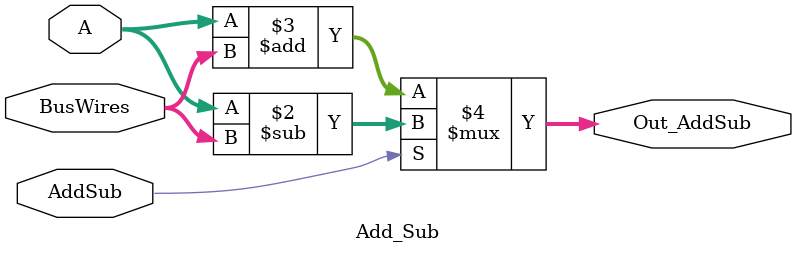
<source format=v>
module counter(R,incr_pc,Rin,Clock,Q);
input Rin,incr_pc,Clock;
input [15:0]R;
output reg [15:0]Q;
always @(posedge Clock)
begin
if (Rin==1) Q <= R;
if (incr_pc==1) Q <= Q + 1;
end
endmodule

module dec3to8(W, En, Y);
input [2:0] W;
input En;
output [7:0] Y;
reg [7:0] Y;
always @(W or En)
begin
if (En == 1)
case (W)
3'b000: Y = 8'b10000000;
3'b001: Y = 8'b01000000;
3'b010: Y = 8'b00100000;
3'b011: Y = 8'b00010000;
3'b100: Y = 8'b00001000;
3'b101: Y = 8'b00000100;
3'b110: Y = 8'b00000010;
3'b111: Y = 8'b00000001;
endcase
else
Y = 8'b00000000;
end
endmodule

module regn(R, Rin, Clock, Q);
parameter n = 16;
input [n-1:0] R;
input Rin, Clock;
output [n-1:0] Q;
reg [n-1:0] Q;
always @(posedge Clock)
if (Rin)
Q <= R;
endmodule 


module enhanced_proc (DIN, Resetn, Clock, Run, Done, BusWires,Tstep_Q,IR,A,G,R0,R1,R2,R3,R4,R5,R6,R7,I,Tstep_D,Out_AddSub,Xreg,Yreg,Rin,Rout,AddSub,Ain,Gin,Gout,DINout,IRin,ADDRin,DOUTin,W_D,incr_pc,DOUT,ADDR,W);
output [15:0] DOUT,ADDR;
output W;
input [15:0] DIN;
input Resetn, Clock, Run;
output reg Done;
output [15:0] BusWires;
output reg [2:0]Tstep_Q;
output reg [2:0]Tstep_D;
output reg IRin;
output wire [8:0]IR;
parameter T0= 3'b000, T1=3'b001,T2=3'b010,T3=3'b011,T4=3'b100,T5=3'b101;
output wire [2:0]I;
output wire [7:0]Xreg,Yreg;
output wire [16:0] R2,R3,R4,R5,R6,R7,Out_AddSub;
output wire [16:0] R0,R1,A,G;

output reg [7:0] Rin,Rout;
output reg AddSub,Ain,Gin,Gout,DINout,ADDRin,DOUTin,W_D,incr_pc;
assign I=IR[8:6];
dec3to8 decX(IR[5:3],1'b1,Xreg);
dec3to8 decY(IR[2:0],1'b1,Yreg);
//Control FSM state table
always @(Tstep_Q or Run or Done)
	case(Tstep_Q)
	T0:
	
	Tstep_D=T1;
	T1:
	Tstep_D=T2;
	T2:
	if (!Run) Tstep_D=T0;
	else Tstep_D=T3;
	T3:
	if (Done) Tstep_D=T0;
	else Tstep_D=T4;
	T4:
	if (Done) Tstep_D=T0;
	else Tstep_D=T5;
	T5:
	if (Done) Tstep_D=T0;
	else Tstep_D=T0;
	default:
	Tstep_D=T0;
	endcase
//Control FSM outputs
always @(Tstep_Q or I or Xreg or Yreg)
begin
	Rin=8'b00000000;
	Rout=8'b00000000;
	Gin=0;
	AddSub=0;
	Ain=0;
	Gout=0;
	DINout=1;
	Done=0;
	IRin=0;
	ADDRin=0;
	DOUTin=0;
	W_D=0;
	incr_pc=0;
case (Tstep_Q)
	T0:
	begin
	DINout=0;
	Rout=8'b00000001;
   ADDRin=1;
	incr_pc=1;
	end
	T1:
	begin
	DINout=0;
	Rout=8'b00000001;
   ADDRin=1;
	end

	
   T2: 
	begin
	IRin = 1;
	end
	T3: //define signals in time step 1
	case (I)
	3'b110:
	begin
	if (G==0) Done=1;
	else 
	begin
	DINout=0;
	Rin=Xreg;
	Rout=Yreg;
	Done=1;
	end

	end
	3'b000:
	begin
	DINout=0;
	Rin=Xreg;
	Rout=Yreg;
	Done=1;
	end
	3'b001:
	begin
	Rin=Xreg;
	incr_pc=1;
	Done=1;
	
	end
	3'b010:
	begin
	DINout=0;
	Rout=Xreg;
	Ain=1;
	end
	3'b011:
	begin
	DINout=0;
	Rout=Xreg;
	Ain=1;
	end
	3'b100:
	begin
	Rout=Yreg;
	DINout=0;
	ADDRin=1;
	
	end
	3'b101:
	begin
	Rout=Yreg;
	ADDRin=1;
	DINout=0;
	end
	endcase
	T4: //define signals in time step 2
	case (I)
	
	3'b010:
	begin
	DINout=0;
	Rout=Yreg;
	Gin=1;
	end
	3'b011:
	begin
	DINout=0;
	Rout=Yreg;
	Gin=1;
	AddSub=1;
	end
	3'b100:
	begin
	end
	3'b101:
	begin
	DINout=0;
	Rout=Xreg;
	DOUTin=1;
	end
	endcase
	T5: //define signals in time step 3
	case (I)
	  
	3'b010:
	begin
	DINout=0;
	Gout=1;
	Rin=Xreg;
	Done=1;
	end
	3'b011:
	begin
	DINout=0;
	Gout=1;
	Rin=Xreg;
	Done=1;
	end
	3'b100:
	begin
	DINout=1;
	Rin=Xreg;
	Done=1;
	end
	3'b101:
	begin
	W_D=1;
	Done=1;
	end
	endcase
	
endcase
end

always @(posedge Clock or negedge Resetn)
if (!Resetn) Tstep_Q=T0;
else Tstep_Q=Tstep_D;

Multiplexers proc_multiplexers(Rout,Gout,DINout,DIN,R0,R1,R2,R3,R4,R5,R6,R7,G,BusWires);
regn #(.n(9)) IRegister(.Clock(Clock),.R(DIN[8:0]),.Rin(IRin),.Q(IR));
regn reg_0(BusWires,Rin[7],Clock,R0);
regn reg_1(BusWires,Rin[6],Clock,R1);
regn reg_2(BusWires,Rin[5],Clock,R2);
regn reg_3(BusWires,Rin[4],Clock,R3);
regn reg_4(BusWires,Rin[3],Clock,R4);
regn reg_5(BusWires,Rin[2],Clock,R5);
regn reg_6(BusWires,Rin[1],Clock,R6);
counter reg_7(BusWires,incr_pc,Rin[0],Clock,R7);
regn reg_ADDRESS(BusWires,ADDRin,Clock,ADDR);
regn Areg(BusWires,Ain,Clock,A);
regn Greg(Out_AddSub,Gin,Clock,G);
Add_Sub proc_AddSub(AddSub,A,BusWires,Out_AddSub);
regn #(.n(1)) WriteReg(.Clock(Clock),.R(W_D),.Rin(1),.Q(W));
regn reg_DOUT(BusWires,DOUTin,Clock,DOUT);

endmodule

module Add_Sub(AddSub,A,BusWires,Out_AddSub);
input AddSub;
input [15:0]A,BusWires;
output [15:0]Out_AddSub;
assign Out_AddSub=(AddSub==1)?(A-BusWires):(A+BusWires);
endmodule 
</source>
